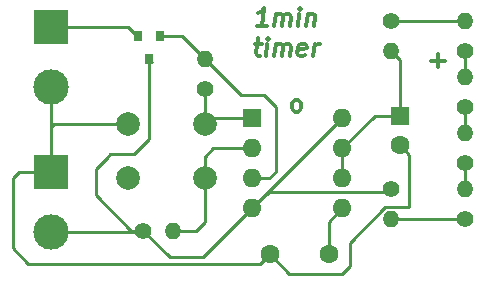
<source format=gbr>
%TF.GenerationSoftware,KiCad,Pcbnew,(5.1.9)-1*%
%TF.CreationDate,2021-05-27T00:27:26+03:00*%
%TF.ProjectId,5551m,35353531-6d2e-46b6-9963-61645f706362,rev?*%
%TF.SameCoordinates,Original*%
%TF.FileFunction,Copper,L1,Top*%
%TF.FilePolarity,Positive*%
%FSLAX46Y46*%
G04 Gerber Fmt 4.6, Leading zero omitted, Abs format (unit mm)*
G04 Created by KiCad (PCBNEW (5.1.9)-1) date 2021-05-27 00:27:26*
%MOMM*%
%LPD*%
G01*
G04 APERTURE LIST*
%TA.AperFunction,NonConductor*%
%ADD10C,0.300000*%
%TD*%
%TA.AperFunction,ComponentPad*%
%ADD11O,1.600000X1.600000*%
%TD*%
%TA.AperFunction,ComponentPad*%
%ADD12R,1.600000X1.600000*%
%TD*%
%TA.AperFunction,ComponentPad*%
%ADD13C,2.000000*%
%TD*%
%TA.AperFunction,ComponentPad*%
%ADD14O,1.400000X1.400000*%
%TD*%
%TA.AperFunction,ComponentPad*%
%ADD15C,1.400000*%
%TD*%
%TA.AperFunction,SMDPad,CuDef*%
%ADD16R,0.800000X0.900000*%
%TD*%
%TA.AperFunction,ComponentPad*%
%ADD17C,3.000000*%
%TD*%
%TA.AperFunction,ComponentPad*%
%ADD18R,3.000000X3.000000*%
%TD*%
%TA.AperFunction,ComponentPad*%
%ADD19C,1.600000*%
%TD*%
%TA.AperFunction,Conductor*%
%ADD20C,0.250000*%
%TD*%
G04 APERTURE END LIST*
D10*
X127892857Y-88428571D02*
X127750000Y-88357142D01*
X127678571Y-88285714D01*
X127607142Y-88142857D01*
X127607142Y-87714285D01*
X127678571Y-87571428D01*
X127750000Y-87500000D01*
X127892857Y-87428571D01*
X128107142Y-87428571D01*
X128250000Y-87500000D01*
X128321428Y-87571428D01*
X128392857Y-87714285D01*
X128392857Y-88142857D01*
X128321428Y-88285714D01*
X128250000Y-88357142D01*
X128107142Y-88428571D01*
X127892857Y-88428571D01*
X125486785Y-81153571D02*
X124629642Y-81153571D01*
X125058214Y-81153571D02*
X125245714Y-79653571D01*
X125076071Y-79867857D01*
X124915357Y-80010714D01*
X124763571Y-80082142D01*
X126129642Y-81153571D02*
X126254642Y-80153571D01*
X126236785Y-80296428D02*
X126317142Y-80225000D01*
X126468928Y-80153571D01*
X126683214Y-80153571D01*
X126817142Y-80225000D01*
X126870714Y-80367857D01*
X126772500Y-81153571D01*
X126870714Y-80367857D02*
X126960000Y-80225000D01*
X127111785Y-80153571D01*
X127326071Y-80153571D01*
X127460000Y-80225000D01*
X127513571Y-80367857D01*
X127415357Y-81153571D01*
X128129642Y-81153571D02*
X128254642Y-80153571D01*
X128317142Y-79653571D02*
X128236785Y-79725000D01*
X128299285Y-79796428D01*
X128379642Y-79725000D01*
X128317142Y-79653571D01*
X128299285Y-79796428D01*
X128968928Y-80153571D02*
X128843928Y-81153571D01*
X128951071Y-80296428D02*
X129031428Y-80225000D01*
X129183214Y-80153571D01*
X129397500Y-80153571D01*
X129531428Y-80225000D01*
X129585000Y-80367857D01*
X129486785Y-81153571D01*
X124468928Y-82703571D02*
X125040357Y-82703571D01*
X124745714Y-82203571D02*
X124585000Y-83489285D01*
X124638571Y-83632142D01*
X124772500Y-83703571D01*
X124915357Y-83703571D01*
X125415357Y-83703571D02*
X125540357Y-82703571D01*
X125602857Y-82203571D02*
X125522500Y-82275000D01*
X125585000Y-82346428D01*
X125665357Y-82275000D01*
X125602857Y-82203571D01*
X125585000Y-82346428D01*
X126129642Y-83703571D02*
X126254642Y-82703571D01*
X126236785Y-82846428D02*
X126317142Y-82775000D01*
X126468928Y-82703571D01*
X126683214Y-82703571D01*
X126817142Y-82775000D01*
X126870714Y-82917857D01*
X126772500Y-83703571D01*
X126870714Y-82917857D02*
X126960000Y-82775000D01*
X127111785Y-82703571D01*
X127326071Y-82703571D01*
X127460000Y-82775000D01*
X127513571Y-82917857D01*
X127415357Y-83703571D01*
X128710000Y-83632142D02*
X128558214Y-83703571D01*
X128272500Y-83703571D01*
X128138571Y-83632142D01*
X128085000Y-83489285D01*
X128156428Y-82917857D01*
X128245714Y-82775000D01*
X128397500Y-82703571D01*
X128683214Y-82703571D01*
X128817142Y-82775000D01*
X128870714Y-82917857D01*
X128852857Y-83060714D01*
X128120714Y-83203571D01*
X129415357Y-83703571D02*
X129540357Y-82703571D01*
X129504642Y-82989285D02*
X129593928Y-82846428D01*
X129674285Y-82775000D01*
X129826071Y-82703571D01*
X129968928Y-82703571D01*
X139428571Y-84107142D02*
X140571428Y-84107142D01*
X140000000Y-84678571D02*
X140000000Y-83535714D01*
D11*
%TO.P,U1,8*%
%TO.N,VCC*%
X131870000Y-89000000D03*
%TO.P,U1,4*%
X124250000Y-96620000D03*
%TO.P,U1,7*%
%TO.N,Net-(C2-Pad1)*%
X131870000Y-91540000D03*
%TO.P,U1,3*%
%TO.N,Net-(Q1-Pad1)*%
X124250000Y-94080000D03*
%TO.P,U1,6*%
%TO.N,Net-(C2-Pad1)*%
X131870000Y-94080000D03*
%TO.P,U1,2*%
%TO.N,Net-(R1-Pad2)*%
X124250000Y-91540000D03*
%TO.P,U1,5*%
%TO.N,Net-(C1-Pad2)*%
X131870000Y-96620000D03*
D12*
%TO.P,U1,1*%
%TO.N,GND*%
X124250000Y-89000000D03*
%TD*%
D13*
%TO.P,SW1,1*%
%TO.N,GND*%
X120250000Y-89500000D03*
%TO.P,SW1,2*%
%TO.N,Net-(R1-Pad2)*%
X120250000Y-94000000D03*
%TO.P,SW1,1*%
%TO.N,GND*%
X113750000Y-89500000D03*
%TO.P,SW1,2*%
%TO.N,Net-(R1-Pad2)*%
X113750000Y-94000000D03*
%TD*%
D14*
%TO.P,R8,2*%
%TO.N,Net-(R7-Pad1)*%
X136000000Y-97540000D03*
D15*
%TO.P,R8,1*%
%TO.N,VCC*%
X136000000Y-95000000D03*
%TD*%
D14*
%TO.P,R7,2*%
%TO.N,Net-(R6-Pad1)*%
X142250000Y-94960000D03*
D15*
%TO.P,R7,1*%
%TO.N,Net-(R7-Pad1)*%
X142250000Y-97500000D03*
%TD*%
D14*
%TO.P,R6,2*%
%TO.N,Net-(R3-Pad1)*%
X142250000Y-90210000D03*
D15*
%TO.P,R6,1*%
%TO.N,Net-(R6-Pad1)*%
X142250000Y-92750000D03*
%TD*%
D14*
%TO.P,R5,2*%
%TO.N,Net-(C2-Pad1)*%
X136000000Y-83290000D03*
D15*
%TO.P,R5,1*%
%TO.N,Net-(R4-Pad2)*%
X136000000Y-80750000D03*
%TD*%
D14*
%TO.P,R4,2*%
%TO.N,Net-(R4-Pad2)*%
X142250000Y-80710000D03*
D15*
%TO.P,R4,1*%
%TO.N,Net-(R3-Pad2)*%
X142250000Y-83250000D03*
%TD*%
D14*
%TO.P,R3,2*%
%TO.N,Net-(R3-Pad2)*%
X142250000Y-85460000D03*
D15*
%TO.P,R3,1*%
%TO.N,Net-(R3-Pad1)*%
X142250000Y-88000000D03*
%TD*%
D14*
%TO.P,R2,2*%
%TO.N,Net-(Q1-Pad1)*%
X120250000Y-83960000D03*
D15*
%TO.P,R2,1*%
%TO.N,GND*%
X120250000Y-86500000D03*
%TD*%
D14*
%TO.P,R1,2*%
%TO.N,Net-(R1-Pad2)*%
X117540000Y-98500000D03*
D15*
%TO.P,R1,1*%
%TO.N,VCC*%
X115000000Y-98500000D03*
%TD*%
D16*
%TO.P,Q1,3*%
%TO.N,VCC*%
X115500000Y-84000000D03*
%TO.P,Q1,2*%
%TO.N,Net-(J2-Pad1)*%
X114550000Y-82000000D03*
%TO.P,Q1,1*%
%TO.N,Net-(Q1-Pad1)*%
X116450000Y-82000000D03*
%TD*%
D17*
%TO.P,J2,2*%
%TO.N,GND*%
X107250000Y-86330000D03*
D18*
%TO.P,J2,1*%
%TO.N,Net-(J2-Pad1)*%
X107250000Y-81250000D03*
%TD*%
D17*
%TO.P,J1,2*%
%TO.N,VCC*%
X107250000Y-98580000D03*
D18*
%TO.P,J1,1*%
%TO.N,GND*%
X107250000Y-93500000D03*
%TD*%
D19*
%TO.P,C2,2*%
%TO.N,GND*%
X136750000Y-91250000D03*
D12*
%TO.P,C2,1*%
%TO.N,Net-(C2-Pad1)*%
X136750000Y-88750000D03*
%TD*%
D19*
%TO.P,C1,2*%
%TO.N,Net-(C1-Pad2)*%
X130750000Y-100500000D03*
%TO.P,C1,1*%
%TO.N,GND*%
X125750000Y-100500000D03*
%TD*%
D20*
%TO.N,Net-(C1-Pad2)*%
X130750000Y-97740000D02*
X131870000Y-96620000D01*
X130750000Y-100500000D02*
X130750000Y-97740000D01*
%TO.N,GND*%
X120250000Y-86500000D02*
X120250000Y-89500000D01*
X120750000Y-89000000D02*
X120250000Y-89500000D01*
X124250000Y-89000000D02*
X120750000Y-89000000D01*
X124950001Y-101299999D02*
X105299999Y-101299999D01*
X125750000Y-100500000D02*
X124950001Y-101299999D01*
X105299999Y-101299999D02*
X104000000Y-100000000D01*
X104000000Y-100000000D02*
X104000000Y-94000000D01*
X104500000Y-93500000D02*
X107250000Y-93500000D01*
X104000000Y-94000000D02*
X104500000Y-93500000D01*
X107500000Y-89500000D02*
X107250000Y-89750000D01*
X113750000Y-89500000D02*
X107500000Y-89500000D01*
X107250000Y-89750000D02*
X107250000Y-86330000D01*
X107250000Y-93500000D02*
X107250000Y-89750000D01*
X132500000Y-101500000D02*
X131850010Y-102149990D01*
X131850010Y-102149990D02*
X127399990Y-102149990D01*
X135522998Y-96500000D02*
X132500000Y-99522998D01*
X137500000Y-96500000D02*
X135522998Y-96500000D01*
X132500000Y-99522998D02*
X132500000Y-101500000D01*
X137549999Y-92049999D02*
X137549999Y-96450001D01*
X127399990Y-102149990D02*
X125750000Y-100500000D01*
X137549999Y-96450001D02*
X137500000Y-96500000D01*
X136750000Y-91250000D02*
X137549999Y-92049999D01*
%TO.N,Net-(C2-Pad1)*%
X131870000Y-91540000D02*
X131870000Y-94080000D01*
X136750000Y-84040000D02*
X136000000Y-83290000D01*
X136750000Y-88750000D02*
X136750000Y-84040000D01*
X134660000Y-88750000D02*
X131870000Y-91540000D01*
X136750000Y-88750000D02*
X134660000Y-88750000D01*
%TO.N,VCC*%
X124250000Y-96620000D02*
X131870000Y-89000000D01*
X114920000Y-98580000D02*
X115000000Y-98500000D01*
X111670000Y-98580000D02*
X114920000Y-98580000D01*
X107250000Y-98580000D02*
X111670000Y-98580000D01*
X124250000Y-96620000D02*
X120120000Y-100750000D01*
X117250000Y-100750000D02*
X115000000Y-98500000D01*
X120120000Y-100750000D02*
X117250000Y-100750000D01*
X125664999Y-95205001D02*
X124250000Y-96620000D01*
X135794999Y-95205001D02*
X125664999Y-95205001D01*
X136000000Y-95000000D02*
X135794999Y-95205001D01*
X111000000Y-95500000D02*
X111000000Y-93250000D01*
X115750000Y-84250000D02*
X115500000Y-84000000D01*
X114000000Y-98500000D02*
X111000000Y-95500000D01*
X115500000Y-90750000D02*
X115500000Y-84250000D01*
X115000000Y-98500000D02*
X114000000Y-98500000D01*
X114250000Y-92000000D02*
X115500000Y-90750000D01*
X114250000Y-92000000D02*
X112250000Y-92000000D01*
X111750000Y-92500000D02*
X112000000Y-92250000D01*
X112250000Y-92000000D02*
X111750000Y-92500000D01*
X111000000Y-93250000D02*
X111750000Y-92500000D01*
%TO.N,Net-(J2-Pad1)*%
X114550000Y-82000000D02*
X114500000Y-82000000D01*
X113750000Y-81250000D02*
X107250000Y-81250000D01*
X114500000Y-82000000D02*
X113750000Y-81250000D01*
%TO.N,Net-(Q1-Pad1)*%
X118290000Y-82000000D02*
X120250000Y-83960000D01*
X116450000Y-82000000D02*
X118290000Y-82000000D01*
X125670000Y-94080000D02*
X124250000Y-94080000D01*
X126250000Y-93500000D02*
X125670000Y-94080000D01*
X126250000Y-88000000D02*
X126250000Y-93500000D01*
X125250000Y-87000000D02*
X126250000Y-88000000D01*
X123290000Y-87000000D02*
X125250000Y-87000000D01*
X120250000Y-83960000D02*
X123290000Y-87000000D01*
%TO.N,Net-(R1-Pad2)*%
X120250000Y-97750000D02*
X120250000Y-94000000D01*
X119500000Y-98500000D02*
X120250000Y-97750000D01*
X117540000Y-98500000D02*
X119500000Y-98500000D01*
X120250000Y-94000000D02*
X120250000Y-92250000D01*
X120960000Y-91540000D02*
X124250000Y-91540000D01*
X120250000Y-92250000D02*
X120960000Y-91540000D01*
%TO.N,Net-(R3-Pad2)*%
X142250000Y-83250000D02*
X142250000Y-85460000D01*
%TO.N,Net-(R3-Pad1)*%
X142250000Y-88000000D02*
X142250000Y-90210000D01*
%TO.N,Net-(R4-Pad2)*%
X142210000Y-80750000D02*
X142250000Y-80710000D01*
X136000000Y-80750000D02*
X142210000Y-80750000D01*
%TO.N,Net-(R6-Pad1)*%
X142250000Y-92750000D02*
X142250000Y-94960000D01*
%TO.N,Net-(R7-Pad1)*%
X136040000Y-97500000D02*
X136000000Y-97540000D01*
X142210000Y-97540000D02*
X142250000Y-97500000D01*
X136000000Y-97540000D02*
X142210000Y-97540000D01*
%TD*%
M02*

</source>
